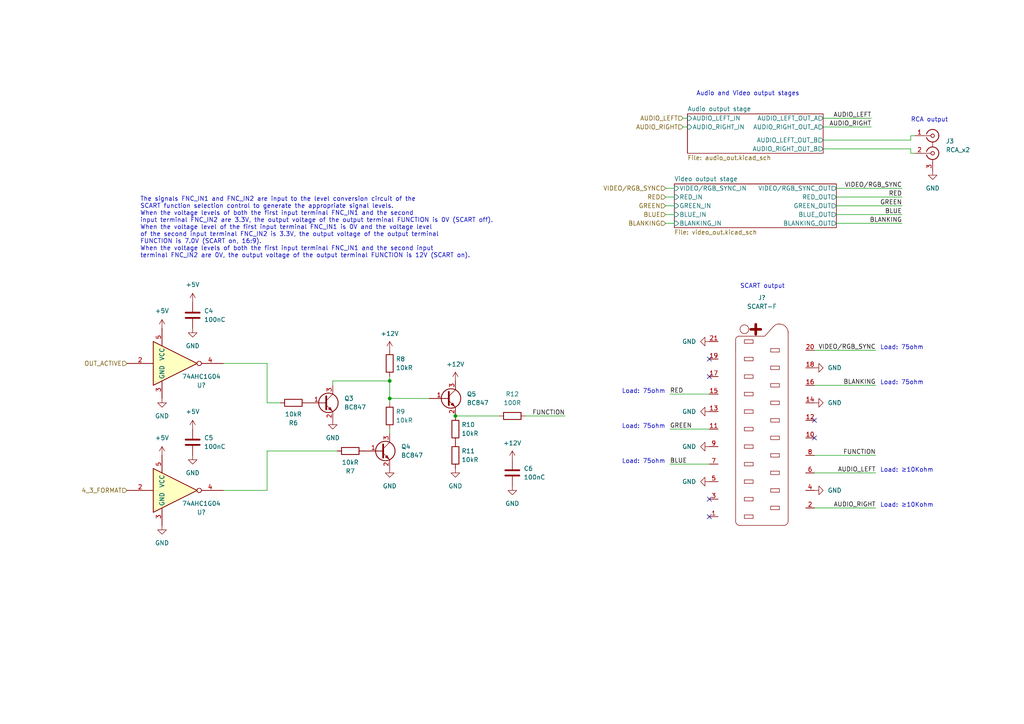
<source format=kicad_sch>
(kicad_sch (version 20230121) (generator eeschema)
  (paper "A4")
  (lib_symbols
    (symbol "74xGxx:74AHC1G04"
      (property "Reference" "U" (at -2.54 3.81 0))
      (property "Value" "74AHC1G04" (at 0 -3.81 0))
      (symbol "74AHC1G04_0_1"
        (polyline (pts (xy -7.62 6.35) (xy -7.62 -6.35) (xy 5.08 0) (xy -7.62 6.35)) (stroke (width 0.254)) (fill (type background)))
      )
      (symbol "74AHC1G04_1_1"
        (pin input line (at -15.24 0 0) (length 7.62) (name "~") (number "2"))
        (pin power_in line (at -5.08 -10.16 90) (length 5.08) (name "GND") (number "3"))
        (pin output inverted (at 12.7 0 180) (length 7.62) (name "~") (number "4"))
        (pin power_in line (at -5.08 10.16 270) (length 5.08) (name "VCC") (number "5"))
      )
    )
    (symbol "Connector:Conn_Coaxial_x2" (pin_names (offset 1.016) hide)
      (property "Reference" "J" (at 0 5.715 0))
      (property "Value" "Conn_Coaxial_x2" (at 2.921 0 90))
      (symbol "Conn_Coaxial_x2_0_1"
        (arc (start -1.778 -3.048) (mid 0.2311 -4.3466) (end 1.778 -2.54) (stroke (width 0.254)))
        (arc (start -1.778 2.032) (mid 0.2311 0.7334) (end 1.778 2.54) (stroke (width 0.254)))
        (circle (center 0 -2.54) (radius 0.508) (stroke (width 0.2032)))
        (polyline (pts (xy -2.54 -2.54) (xy -0.508 -2.54)))
        (polyline (pts (xy -2.54 2.54) (xy -0.508 2.54)))
        (polyline (pts (xy 0 -5.08) (xy 0 -4.318)))
        (polyline (pts (xy 0 0.762) (xy 0 -0.635)))
        (circle (center 0 2.54) (radius 0.508) (stroke (width 0.2032)))
        (arc (start 1.778 -2.54) (mid 0.2099 -0.7299) (end -1.778 -2.032) (stroke (width 0.254)))
        (arc (start 1.778 2.54) (mid 0.2099 4.3501) (end -1.778 3.048) (stroke (width 0.254)))
      )
      (symbol "Conn_Coaxial_x2_1_1"
        (pin passive line (at -5.08 2.54 0) (length 2.54) (name "IN1") (number "1"))
        (pin passive line (at -5.08 -2.54 0) (length 2.54) (name "IN2") (number "2"))
        (pin passive line (at 0 -7.62 90) (length 2.54) (name "EXT") (number "3"))
      )
    )
    (symbol "Connector:SCART-F" (pin_names (offset 0.762) hide)
      (property "Reference" "J" (at 0 31.75 0))
      (property "Value" "SCART-F" (at 1.016 -29.21 0))
      (symbol "SCART-F_0_1"
        (arc (start -7.62 -26.67) (mid -7.248 -27.568) (end -6.35 -27.94))
        (arc (start -6.604 26.9494) (mid -7.3224 26.6518) (end -7.62 25.9334))
        (rectangle (start -5.08 -24.892) (end -2.54 -25.908))
        (rectangle (start -5.08 -19.812) (end -2.54 -20.828))
        (rectangle (start -5.08 -14.732) (end -2.54 -15.748))
        (rectangle (start -5.08 -9.652) (end -2.54 -10.668))
        (rectangle (start -5.08 -4.572) (end -2.54 -5.588))
        (rectangle (start -5.08 0.508) (end -2.54 -0.508))
        (rectangle (start -5.08 5.588) (end -2.54 4.572))
        (rectangle (start -5.08 10.668) (end -2.54 9.652))
        (rectangle (start -5.08 15.748) (end -2.54 14.732))
        (rectangle (start -5.08 20.828) (end -2.54 19.812))
        (rectangle (start -5.08 25.908) (end -2.54 24.892))
        (circle (center -5.08 28.956) (radius 1.27))
        (polyline (pts (xy -7.62 22.86) (xy -7.62 -26.67)))
        (polyline (pts (xy -7.62 22.86) (xy -7.62 24.13)))
        (polyline (pts (xy -7.62 24.6634) (xy -7.62 24.13)))
        (polyline (pts (xy -7.62 24.6634) (xy -7.62 25.9334)))
        (polyline (pts (xy -6.604 26.9494) (xy 0.508 26.9494)))
        (polyline (pts (xy -6.35 -27.94) (xy 6.35 -27.94)))
        (polyline (pts (xy 3.302 29.718) (xy 1.27 27.432)))
        (polyline (pts (xy 4.826 30.48) (xy 5.08 30.48)))
        (polyline (pts (xy 7.62 -26.67) (xy 7.62 28.2194)))
        (arc (start 0.508 26.924) (mid 0.9569 27.0702) (end 1.2192 27.4574))
        (rectangle (start 2.54 -22.352) (end 5.08 -23.368))
        (rectangle (start 2.54 -17.272) (end 5.08 -18.288))
        (rectangle (start 2.54 -12.192) (end 5.08 -13.208))
        (rectangle (start 2.54 -7.112) (end 5.08 -8.128))
        (rectangle (start 2.54 -2.032) (end 5.08 -3.048))
        (rectangle (start 2.54 3.048) (end 5.08 2.032))
        (rectangle (start 2.54 8.128) (end 5.08 7.112))
        (rectangle (start 2.54 13.208) (end 5.08 12.192))
        (rectangle (start 2.54 18.288) (end 5.08 17.272))
        (rectangle (start 2.54 23.368) (end 5.08 22.352))
        (arc (start 4.826 30.48) (mid 3.999 30.2726) (end 3.3782 29.6926))
        (arc (start 6.35 -27.94) (mid 7.248 -27.568) (end 7.62 -26.67))
        (arc (start 7.62 27.94) (mid 6.8761 29.7361) (end 5.08 30.48))
        (text "+" (at -1.778 29.21 0) (effects (font (size 3.81 3.81) bold)))
      )
      (symbol "SCART-F_1_1"
        (pin passive line (at -15.24 -25.4 0) (length 2.54) (name "P1") (number "1"))
        (pin passive line (at 15.24 -2.54 180) (length 2.54) (name "P10") (number "10"))
        (pin passive line (at -15.24 0 0) (length 2.54) (name "P11") (number "11"))
        (pin passive line (at 15.24 2.54 180) (length 2.54) (name "P12") (number "12"))
        (pin passive line (at -15.24 5.08 0) (length 2.54) (name "P13") (number "13"))
        (pin passive line (at 15.24 7.62 180) (length 2.54) (name "P14") (number "14"))
        (pin passive line (at -15.24 10.16 0) (length 2.54) (name "P15") (number "15"))
        (pin passive line (at 15.24 12.7 180) (length 2.54) (name "P16") (number "16"))
        (pin passive line (at -15.24 15.24 0) (length 2.54) (name "P17") (number "17"))
        (pin passive line (at 15.24 17.78 180) (length 2.54) (name "P18") (number "18"))
        (pin passive line (at -15.24 20.32 0) (length 2.54) (name "P19") (number "19"))
        (pin passive line (at 15.24 -22.86 180) (length 2.54) (name "P2") (number "2"))
        (pin passive line (at 15.24 22.86 180) (length 2.54) (name "P20") (number "20"))
        (pin passive line (at -15.24 25.4 0) (length 2.54) (name "P21") (number "21"))
        (pin passive line (at -15.24 -20.32 0) (length 2.54) (name "P3") (number "3"))
        (pin passive line (at 15.24 -17.78 180) (length 2.54) (name "P4") (number "4"))
        (pin passive line (at -15.24 -15.24 0) (length 2.54) (name "P5") (number "5"))
        (pin passive line (at 15.24 -12.7 180) (length 2.54) (name "P6") (number "6"))
        (pin passive line (at -15.24 -10.16 0) (length 2.54) (name "P7") (number "7"))
        (pin passive line (at 15.24 -7.62 180) (length 2.54) (name "P8") (number "8"))
        (pin passive line (at -15.24 -5.08 0) (length 2.54) (name "P9") (number "9"))
      )
    )
    (symbol "Device:C" (pin_numbers hide) (pin_names (offset 0.254))
      (property "Reference" "C" (at 0.635 2.54 0))
      (property "Value" "C" (at 0.635 -2.54 0))
      (symbol "C_0_1"
        (polyline (pts (xy -2.032 -0.762) (xy 2.032 -0.762)) (stroke (width 0.508)))
        (polyline (pts (xy -2.032 0.762) (xy 2.032 0.762)) (stroke (width 0.508)))
      )
      (symbol "C_1_1"
        (pin passive line (at 0 3.81 270) (length 2.794) (name "~") (number "1"))
        (pin passive line (at 0 -3.81 90) (length 2.794) (name "~") (number "2"))
      )
    )
    (symbol "Device:R" (pin_numbers hide) (pin_names (offset 0))
      (property "Reference" "R" (at 2.032 0 90))
      (property "Value" "R" (at 0 0 90))
      (symbol "R_0_1"
        (rectangle (start -1.016 -2.54) (end 1.016 2.54) (stroke (width 0.254)))
      )
      (symbol "R_1_1"
        (pin passive line (at 0 3.81 270) (length 1.27) (name "~") (number "1"))
        (pin passive line (at 0 -3.81 90) (length 1.27) (name "~") (number "2"))
      )
    )
    (symbol "Transistor_BJT:BC847" (pin_names (offset 0) hide)
      (property "Reference" "Q" (at 5.08 1.905 0))
      (property "Value" "BC847" (at 5.08 0 0))
      (symbol "BC847_0_1"
        (polyline (pts (xy 0.635 0.635) (xy 2.54 2.54)))
        (polyline (pts (xy 0.635 -0.635) (xy 2.54 -2.54) (xy 2.54 -2.54)))
        (polyline (pts (xy 0.635 1.905) (xy 0.635 -1.905) (xy 0.635 -1.905)) (stroke (width 0.508)))
        (polyline (pts (xy 1.27 -1.778) (xy 1.778 -1.27) (xy 2.286 -2.286) (xy 1.27 -1.778) (xy 1.27 -1.778)) (fill (type outline)))
        (circle (center 1.27 0) (radius 2.8194) (stroke (width 0.254)))
      )
      (symbol "BC847_1_1"
        (pin input line (at -5.08 0 0) (length 5.715) (name "B") (number "1"))
        (pin passive line (at 2.54 -5.08 90) (length 2.54) (name "E") (number "2"))
        (pin passive line (at 2.54 5.08 270) (length 2.54) (name "C") (number "3"))
      )
    )
    (symbol "power:+12V" (power) (pin_names (offset 0))
      (property "Value" "+12V" (at 0 3.556 0))
      (symbol "+12V_0_1"
        (polyline (pts (xy -0.762 1.27) (xy 0 2.54)))
        (polyline (pts (xy 0 0) (xy 0 2.54)))
        (polyline (pts (xy 0 2.54) (xy 0.762 1.27)))
      )
      (symbol "+12V_1_1"
        (pin power_in line (at 0 0 90) (length 0) hide (name "+12V") (number "1"))
      )
    )
    (symbol "power:+5V" (power) (pin_names (offset 0))
      (property "Value" "+5V" (at 0 3.556 0))
      (symbol "+5V_0_1"
        (polyline (pts (xy -0.762 1.27) (xy 0 2.54)))
        (polyline (pts (xy 0 0) (xy 0 2.54)))
        (polyline (pts (xy 0 2.54) (xy 0.762 1.27)))
      )
      (symbol "+5V_1_1"
        (pin power_in line (at 0 0 90) (length 0) hide (name "+5V") (number "1"))
      )
    )
    (symbol "power:GND" (power) (pin_names (offset 0))
      (property "Value" "GND" (at 0 -3.81 0))
      (symbol "GND_0_1"
        (polyline (pts (xy 0 0) (xy 0 -1.27) (xy 1.27 -1.27) (xy 0 -2.54) (xy -1.27 -1.27) (xy 0 -1.27)))
      )
      (symbol "GND_1_1"
        (pin power_in line (at 0 0 270) (length 0) hide (name "GND") (number "1"))
      )
    )
  )
  (junction (at 132.08 120.65))
  (junction (at 113.03 110.49))
  (junction (at 113.03 115.57))
  (no_connect (at 205.74 149.86))
  (no_connect (at 236.22 127))
  (no_connect (at 236.22 121.92))
  (no_connect (at 205.74 144.78))
  (no_connect (at 205.74 104.14))
  (no_connect (at 205.74 109.22))
  (wire (pts (xy 96.52 110.49) (xy 113.03 110.49)))
  (wire (pts (xy 236.22 147.32) (xy 254 147.32)))
  (wire (pts (xy 193.04 59.69) (xy 195.58 59.69)))
  (wire (pts (xy 236.22 111.76) (xy 254 111.76)))
  (wire (pts (xy 96.52 111.76) (xy 96.52 110.49)))
  (wire (pts (xy 242.57 64.77) (xy 261.62 64.77)))
  (wire (pts (xy 113.03 124.46) (xy 113.03 125.73)))
  (wire (pts (xy 152.4 120.65) (xy 163.83 120.65)))
  (wire (pts (xy 236.22 101.6) (xy 254 101.6)))
  (wire (pts (xy 265.43 44.45) (xy 264.16 44.45)))
  (wire (pts (xy 194.31 114.3) (xy 205.74 114.3)))
  (wire (pts (xy 238.76 34.29) (xy 252.73 34.29)))
  (wire (pts (xy 193.04 57.15) (xy 195.58 57.15)))
  (wire (pts (xy 264.16 44.45) (xy 264.16 43.18)))
  (wire (pts (xy 81.28 116.84) (xy 77.47 116.84)))
  (wire (pts (xy 113.03 110.49) (xy 113.03 115.57)))
  (wire (pts (xy 264.16 39.37) (xy 265.43 39.37)))
  (wire (pts (xy 194.31 134.62) (xy 205.74 134.62)))
  (wire (pts (xy 264.16 39.37) (xy 264.16 40.64)))
  (wire (pts (xy 238.76 40.64) (xy 264.16 40.64)))
  (wire (pts (xy 64.77 142.24) (xy 77.47 142.24)))
  (wire (pts (xy 198.12 36.83) (xy 199.39 36.83)))
  (wire (pts (xy 77.47 142.24) (xy 77.47 130.81)))
  (wire (pts (xy 242.57 62.23) (xy 261.62 62.23)))
  (wire (pts (xy 77.47 105.41) (xy 64.77 105.41)))
  (wire (pts (xy 236.22 137.16) (xy 254 137.16)))
  (wire (pts (xy 77.47 116.84) (xy 77.47 105.41)))
  (wire (pts (xy 242.57 57.15) (xy 261.62 57.15)))
  (wire (pts (xy 132.08 120.65) (xy 144.78 120.65)))
  (wire (pts (xy 193.04 64.77) (xy 195.58 64.77)))
  (wire (pts (xy 198.12 34.29) (xy 199.39 34.29)))
  (wire (pts (xy 193.04 62.23) (xy 195.58 62.23)))
  (wire (pts (xy 194.31 124.46) (xy 205.74 124.46)))
  (wire (pts (xy 238.76 43.18) (xy 264.16 43.18)))
  (wire (pts (xy 236.22 132.08) (xy 254 132.08)))
  (wire (pts (xy 242.57 54.61) (xy 261.62 54.61)))
  (wire (pts (xy 113.03 115.57) (xy 113.03 116.84)))
  (wire (pts (xy 242.57 59.69) (xy 261.62 59.69)))
  (wire (pts (xy 238.76 36.83) (xy 252.73 36.83)))
  (wire (pts (xy 113.03 110.49) (xy 113.03 109.22)))
  (wire (pts (xy 113.03 115.57) (xy 124.46 115.57)))
  (wire (pts (xy 77.47 130.81) (xy 97.79 130.81)))
  (wire (pts (xy 193.04 54.61) (xy 195.58 54.61)))
  (text "RCA output" (at 264.16 35.56 0) (effects (font (size 1.27 1.27)) (justify left bottom)))
  (text "SCART output" (at 214.63 83.82 0) (effects (font (size 1.27 1.27)) (justify left bottom)))
  (text "The signals FNC_IN1 and FNC_IN2 are input to the level conversion circuit of the\nSCART function selection control to generate the appropriate signal levels.\nWhen the voltage levels of both the first input terminal FNC_IN1 and the second\ninput terminal FNC_IN2 are 3.3V, the output voltage of the output terminal FUNCTION is 0V (SCART off).\nWhen the voltage level of the first input terminal FNC_IN1 is 0V and the voltage level\nof the second input terminal FNC_IN2 is 3.3V, the output voltage of the output terminal\nFUNCTION is 7.0V (SCART on, 16:9).\nWhen the voltage levels of both the first input terminal FNC_IN1 and the second input\nterminal FNC_IN2 are 0V, the output voltage of the output terminal FUNCTION is 12V (SCART on)." (at 40.64 74.93 0) (effects (font (size 1.27 1.27)) (justify left bottom)))
  (text "Load: 75ohm" (at 180.34 134.62 0) (effects (font (size 1.27 1.27)) (justify left bottom)))
  (text "Load: 75ohm" (at 255.27 101.6 0) (effects (font (size 1.27 1.27)) (justify left bottom)))
  (text "Audio and Video output stages" (at 201.93 27.94 0) (effects (font (size 1.27 1.27)) (justify left bottom)))
  (text "Load: 75ohm" (at 180.34 124.46 0) (effects (font (size 1.27 1.27)) (justify left bottom)))
  (text "Load: ≥10Kohm" (at 255.27 147.32 0) (effects (font (size 1.27 1.27)) (justify left bottom)))
  (text "Load: 75ohm" (at 255.27 111.76 0) (effects (font (size 1.27 1.27)) (justify left bottom)))
  (text "Load: ≥10Kohm" (at 255.27 137.16 0) (effects (font (size 1.27 1.27)) (justify left bottom)))
  (text "Load: 75ohm" (at 180.34 114.3 0) (effects (font (size 1.27 1.27)) (justify left bottom)))
  (label "RED" (at 194.31 114.3 0))
  (label "BLUE" (at 194.31 134.62 0))
  (label "BLANKING" (at 254 111.76 180))
  (label "AUDIO_LEFT" (at 254 137.16 180))
  (label "BLANKING" (at 261.62 64.77 180))
  (label "FUNCTION" (at 163.83 120.65 180))
  (label "VIDEO{slash}RGB_SYNC" (at 261.62 54.61 180))
  (label "AUDIO_LEFT" (at 252.73 34.29 180))
  (label "AUDIO_RIGHT" (at 254 147.32 180))
  (label "RED" (at 261.62 57.15 180))
  (label "BLUE" (at 261.62 62.23 180))
  (label "VIDEO{slash}RGB_SYNC" (at 254 101.6 180))
  (label "GREEN" (at 194.31 124.46 0))
  (label "FUNCTION" (at 254 132.08 180))
  (label "AUDIO_RIGHT" (at 252.73 36.83 180))
  (label "GREEN" (at 261.62 59.69 180))
  (hierarchical_label "GREEN" (shape input) (at 193.04 59.69 180))
  (hierarchical_label "OUT_ACTIVE" (shape input) (at 36.83 105.41 180))
  (hierarchical_label "AUDIO_RIGHT" (shape input) (at 198.12 36.83 180))
  (hierarchical_label "4_3_FORMAT" (shape input) (at 36.83 142.24 180))
  (hierarchical_label "BLANKING" (shape input) (at 193.04 64.77 180))
  (hierarchical_label "VIDEO{slash}RGB_SYNC" (shape input) (at 193.04 54.61 180))
  (hierarchical_label "RED" (shape input) (at 193.04 57.15 180))
  (hierarchical_label "BLUE" (shape input) (at 193.04 62.23 180))
  (hierarchical_label "AUDIO_LEFT" (shape input) (at 198.12 34.29 180))
  (symbol (lib_id "power:GND") (at 270.51 49.53 0) (unit 1)
    (property "Reference" "#PWR?" (effects hide))
    (property "Value" "GND" (at 270.51 54.61 0))
    (instances (project "SCART_switcher" (path "" (reference "#PWR?") (unit 1)) (path "" (reference "#PWR047") (unit 1))))
  )
  (symbol (lib_id "power:+12V") (at 132.08 110.49 0) (unit 1)
    (property "Reference" "#PWR036" (effects hide))
    (property "Value" "+12V" (at 132.08 105.664 0))
  )
  (symbol (lib_id "power:+12V") (at 113.03 101.6 0) (unit 1)
    (property "Reference" "#PWR034" (effects hide))
    (property "Value" "+12V" (at 113.03 96.774 0))
  )
  (symbol (lib_id "power:+5V") (at 55.88 87.63 0) (unit 1)
    (property "Reference" "#PWR?" (effects hide))
    (property "Value" "+5V" (at 55.88 82.55 0))
    (instances (project "SCART_switcher" (path "" (reference "#PWR?") (unit 1)) (path "" (reference "#PWR?") (unit 1)) (path "" (reference "#PWR?") (unit 1)) (path "" (reference "#PWR?") (unit 1)) (path "" (reference "#PWR?") (unit 1)) (path "" (reference "#PWR?") (unit 1)) (path "" (reference "#PWR?") (unit 1)) (path "" (reference "#PWR?") (unit 1)) (path "" (reference "#PWR?") (unit 1)) (path "" (reference "#PWR?") (unit 1)) (path "" (reference "#PWR029") (unit 1))))
  )
  (symbol (lib_id "Device:R") (at 132.08 132.08 0) (unit 1)
    (property "Reference" "R11" (at 133.858 130.81 0) (effects (justify left)))
    (property "Value" "10kR" (at 133.858 133.35 0) (effects (justify left)))
    (property "Footprint" "Resistor_SMD:R_0805_2012Metric_Pad1.20x1.40mm_HandSolder" (effects hide))
  )
  (symbol (lib_id "power:GND") (at 236.22 142.24 90) (unit 1)
    (property "Reference" "#PWR?" (effects hide))
    (property "Value" "GND" (at 240.03 142.24 90) (effects (justify right)))
    (instances (project "SCART_switcher" (path "" (reference "#PWR?") (unit 1)) (path "" (reference "#PWR?") (unit 1)) (path "" (reference "#PWR?") (unit 1)) (path "" (reference "#PWR?") (unit 1)) (path "" (reference "#PWR?") (unit 1)) (path "" (reference "#PWR?") (unit 1)) (path "" (reference "#PWR?") (unit 1)) (path "" (reference "#PWR?") (unit 1)) (path "" (reference "#PWR?") (unit 1)) (path "" (reference "#PWR?") (unit 1)) (path "" (reference "#PWR046") (unit 1))))
  )
  (symbol (lib_id "Device:R") (at 85.09 116.84 90) (mirror x) (unit 1)
    (property "Reference" "R6" (at 85.09 122.682 90))
    (property "Value" "10kR" (at 85.09 120.142 90))
    (property "Footprint" "Resistor_SMD:R_0805_2012Metric_Pad1.20x1.40mm_HandSolder" (effects hide))
  )
  (symbol (lib_id "74xGxx:74AHC1G04") (at 52.07 105.41 0) (unit 1)
    (property "Reference" "U?" (at 58.42 111.76 0))
    (property "Value" "74AHC1G04" (at 58.42 109.22 0))
    (property "Footprint" "Package_TO_SOT_SMD:SOT-23-5" (effects hide))
    (property "Datasheet" "https://datasheet.lcsc.com/lcsc/1912111437_Diodes-Incorporated-74AHC1G04W5-7_C460486.pdf" (effects hide))
    (property "MFN" "74AHC1G04W5-7" (effects hide))
    (instances (project "SCART_switcher" (path "" (reference "U?") (unit 1)) (path "" (reference "U4") (unit 1))))
  )
  (symbol (lib_id "power:+5V") (at 55.88 124.46 0) (unit 1)
    (property "Reference" "#PWR?" (effects hide))
    (property "Value" "+5V" (at 55.88 119.38 0))
    (instances (project "SCART_switcher" (path "" (reference "#PWR?") (unit 1)) (path "" (reference "#PWR?") (unit 1)) (path "" (reference "#PWR?") (unit 1)) (path "" (reference "#PWR?") (unit 1)) (path "" (reference "#PWR?") (unit 1)) (path "" (reference "#PWR?") (unit 1)) (path "" (reference "#PWR?") (unit 1)) (path "" (reference "#PWR?") (unit 1)) (path "" (reference "#PWR?") (unit 1)) (path "" (reference "#PWR?") (unit 1)) (path "" (reference "#PWR031") (unit 1))))
  )
  (symbol (lib_id "Connector:Conn_Coaxial_x2") (at 270.51 41.91 0) (unit 1)
    (property "Reference" "J3" (at 274.32 40.9332 0) (effects (justify left)))
    (property "Value" "RCA_x2" (at 274.32 43.4732 0) (effects (justify left)))
    (property "Datasheet" " ~" (effects hide))
    (instances (project "SCART_switcher" (path "" (reference "J3") (unit 1)) (path "" (reference "J?") (unit 1))))
  )
  (symbol (lib_id "Transistor_BJT:BC847") (at 110.49 130.81 0) (unit 1)
    (property "Reference" "Q4" (at 116.332 129.54 0) (effects (justify left)))
    (property "Value" "BC847" (at 116.332 132.08 0) (effects (justify left)))
    (property "Footprint" "Package_TO_SOT_SMD:SOT-23" (effects hide))
    (property "Datasheet" "https://datasheet.lcsc.com/lcsc/2304140030_Nexperia-BC847B-215_C57668.pdf" (effects hide))
    (property "MFN" "BC847B,215" (effects hide))
  )
  (symbol (lib_id "power:GND") (at 46.99 152.4 0) (unit 1)
    (property "Reference" "#PWR?" (effects hide))
    (property "Value" "GND" (at 46.99 157.48 0))
    (instances (project "SCART_switcher" (path "" (reference "#PWR?") (unit 1)) (path "" (reference "#PWR028") (unit 1))))
  )
  (symbol (lib_id "Device:R") (at 113.03 120.65 0) (unit 1)
    (property "Reference" "R9" (at 114.808 119.38 0) (effects (justify left)))
    (property "Value" "10kR" (at 114.808 121.92 0) (effects (justify left)))
    (property "Footprint" "Resistor_SMD:R_0805_2012Metric_Pad1.20x1.40mm_HandSolder" (effects hide))
  )
  (symbol (lib_id "power:GND") (at 205.74 139.7 270) (unit 1)
    (property "Reference" "#PWR?" (effects hide))
    (property "Value" "GND" (at 201.93 139.7 90) (effects (justify right)))
    (instances (project "SCART_switcher" (path "" (reference "#PWR?") (unit 1)) (path "" (reference "#PWR?") (unit 1)) (path "" (reference "#PWR?") (unit 1)) (path "" (reference "#PWR?") (unit 1)) (path "" (reference "#PWR?") (unit 1)) (path "" (reference "#PWR?") (unit 1)) (path "" (reference "#PWR?") (unit 1)) (path "" (reference "#PWR?") (unit 1)) (path "" (reference "#PWR?") (unit 1)) (path "" (reference "#PWR?") (unit 1)) (path "" (reference "#PWR043") (unit 1))))
  )
  (symbol (lib_id "Device:R") (at 132.08 124.46 0) (unit 1)
    (property "Reference" "R10" (at 133.858 123.19 0) (effects (justify left)))
    (property "Value" "10kR" (at 133.858 125.73 0) (effects (justify left)))
    (property "Footprint" "Resistor_SMD:R_0805_2012Metric_Pad1.20x1.40mm_HandSolder" (effects hide))
  )
  (symbol (lib_id "Connector:SCART-F") (at 220.98 124.46 0) (unit 1)
    (property "Reference" "J?" (at 220.98 86.36 0))
    (property "Value" "SCART-F" (at 220.98 88.9 0))
    (property "Footprint" "SCART:SCART-F" (effects hide))
    (property "Datasheet" " ~" (effects hide))
    (instances (project "SCART_switcher" (path "" (reference "J?") (unit 1)) (path "" (reference "J?") (unit 1)) (path "" (reference "J2") (unit 1))))
  )
  (symbol (lib_id "power:+5V") (at 46.99 95.25 0) (unit 1)
    (property "Reference" "#PWR?" (effects hide))
    (property "Value" "+5V" (at 46.99 90.17 0))
    (instances (project "SCART_switcher" (path "" (reference "#PWR?") (unit 1)) (path "" (reference "#PWR?") (unit 1)) (path "" (reference "#PWR?") (unit 1)) (path "" (reference "#PWR?") (unit 1)) (path "" (reference "#PWR?") (unit 1)) (path "" (reference "#PWR?") (unit 1)) (path "" (reference "#PWR?") (unit 1)) (path "" (reference "#PWR?") (unit 1)) (path "" (reference "#PWR?") (unit 1)) (path "" (reference "#PWR?") (unit 1)) (path "" (reference "#PWR025") (unit 1))))
  )
  (symbol (lib_id "power:GND") (at 113.03 135.89 0) (unit 1)
    (property "Reference" "#PWR?" (effects hide))
    (property "Value" "GND" (at 113.03 140.97 0))
    (instances (project "SCART_switcher" (path "" (reference "#PWR?") (unit 1)) (path "" (reference "#PWR035") (unit 1))))
  )
  (symbol (lib_id "power:+12V") (at 148.59 133.35 0) (unit 1)
    (property "Reference" "#PWR038" (effects hide))
    (property "Value" "+12V" (at 148.59 128.524 0))
  )
  (symbol (lib_id "power:GND") (at 132.08 135.89 0) (unit 1)
    (property "Reference" "#PWR?" (effects hide))
    (property "Value" "GND" (at 132.08 140.97 0))
    (instances (project "SCART_switcher" (path "" (reference "#PWR?") (unit 1)) (path "" (reference "#PWR037") (unit 1))))
  )
  (symbol (lib_id "power:GND") (at 96.52 121.92 0) (unit 1)
    (property "Reference" "#PWR?" (effects hide))
    (property "Value" "GND" (at 96.52 127 0))
    (instances (project "SCART_switcher" (path "" (reference "#PWR?") (unit 1)) (path "" (reference "#PWR033") (unit 1))))
  )
  (symbol (lib_id "power:+5V") (at 46.99 132.08 0) (unit 1)
    (property "Reference" "#PWR?" (effects hide))
    (property "Value" "+5V" (at 46.99 127 0))
    (instances (project "SCART_switcher" (path "" (reference "#PWR?") (unit 1)) (path "" (reference "#PWR?") (unit 1)) (path "" (reference "#PWR?") (unit 1)) (path "" (reference "#PWR?") (unit 1)) (path "" (reference "#PWR?") (unit 1)) (path "" (reference "#PWR?") (unit 1)) (path "" (reference "#PWR?") (unit 1)) (path "" (reference "#PWR?") (unit 1)) (path "" (reference "#PWR?") (unit 1)) (path "" (reference "#PWR?") (unit 1)) (path "" (reference "#PWR027") (unit 1))))
  )
  (symbol (lib_id "Transistor_BJT:BC847") (at 129.54 115.57 0) (unit 1)
    (property "Reference" "Q5" (at 135.382 114.3 0) (effects (justify left)))
    (property "Value" "BC847" (at 135.382 116.84 0) (effects (justify left)))
    (property "Footprint" "Package_TO_SOT_SMD:SOT-23" (effects hide))
    (property "Datasheet" "https://datasheet.lcsc.com/lcsc/2304140030_Nexperia-BC847B-215_C57668.pdf" (effects hide))
    (property "MFN" "BC847B,215" (effects hide))
  )
  (symbol (lib_id "power:GND") (at 46.99 115.57 0) (unit 1)
    (property "Reference" "#PWR?" (effects hide))
    (property "Value" "GND" (at 46.99 120.65 0))
    (instances (project "SCART_switcher" (path "" (reference "#PWR?") (unit 1)) (path "" (reference "#PWR026") (unit 1))))
  )
  (symbol (lib_id "74xGxx:74AHC1G04") (at 52.07 142.24 0) (unit 1)
    (property "Reference" "U?" (at 58.42 148.59 0))
    (property "Value" "74AHC1G04" (at 58.42 146.05 0))
    (property "Footprint" "Package_TO_SOT_SMD:SOT-23-5" (effects hide))
    (property "Datasheet" "https://datasheet.lcsc.com/lcsc/1912111437_Diodes-Incorporated-74AHC1G04W5-7_C460486.pdf" (effects hide))
    (property "MFN" "74AHC1G04W5-7" (effects hide))
    (instances (project "SCART_switcher" (path "" (reference "U?") (unit 1)) (path "" (reference "U5") (unit 1))))
  )
  (symbol (lib_id "Device:C") (at 55.88 91.44 0) (unit 1)
    (property "Reference" "C4" (at 59.182 90.17 0) (effects (justify left)))
    (property "Value" "100nC" (at 59.182 92.71 0) (effects (justify left)))
    (property "Footprint" "Capacitor_SMD:C_0805_2012Metric_Pad1.18x1.45mm_HandSolder" (effects hide))
    (property "Datasheet" "https://datasheet.lcsc.com/lcsc/1810191215_Samsung-Electro-Mechanics-CL21B104KBCNNNC_C1711.pdf" (effects hide))
    (property "MPN" "CL21B104KBCNNNC" (effects hide))
  )
  (symbol (lib_id "power:GND") (at 205.74 99.06 270) (unit 1)
    (property "Reference" "#PWR?" (effects hide))
    (property "Value" "GND" (at 201.93 99.06 90) (effects (justify right)))
    (instances (project "SCART_switcher" (path "" (reference "#PWR?") (unit 1)) (path "" (reference "#PWR?") (unit 1)) (path "" (reference "#PWR?") (unit 1)) (path "" (reference "#PWR?") (unit 1)) (path "" (reference "#PWR?") (unit 1)) (path "" (reference "#PWR?") (unit 1)) (path "" (reference "#PWR?") (unit 1)) (path "" (reference "#PWR?") (unit 1)) (path "" (reference "#PWR?") (unit 1)) (path "" (reference "#PWR?") (unit 1)) (path "" (reference "#PWR040") (unit 1))))
  )
  (symbol (lib_id "Device:R") (at 113.03 105.41 0) (unit 1)
    (property "Reference" "R8" (at 114.808 104.14 0) (effects (justify left)))
    (property "Value" "10kR" (at 114.808 106.68 0) (effects (justify left)))
    (property "Footprint" "Resistor_SMD:R_0805_2012Metric_Pad1.20x1.40mm_HandSolder" (effects hide))
  )
  (symbol (lib_id "Device:C") (at 148.59 137.16 0) (unit 1)
    (property "Reference" "C6" (at 151.892 135.89 0) (effects (justify left)))
    (property "Value" "100nC" (at 151.892 138.43 0) (effects (justify left)))
    (property "Footprint" "Capacitor_SMD:C_0805_2012Metric_Pad1.18x1.45mm_HandSolder" (effects hide))
    (property "Datasheet" "https://datasheet.lcsc.com/lcsc/1810191215_Samsung-Electro-Mechanics-CL21B104KBCNNNC_C1711.pdf" (effects hide))
    (property "MPN" "CL21B104KBCNNNC" (effects hide))
  )
  (symbol (lib_id "power:GND") (at 236.22 106.68 90) (unit 1)
    (property "Reference" "#PWR?" (effects hide))
    (property "Value" "GND" (at 240.03 106.68 90) (effects (justify right)))
    (instances (project "SCART_switcher" (path "" (reference "#PWR?") (unit 1)) (path "" (reference "#PWR?") (unit 1)) (path "" (reference "#PWR?") (unit 1)) (path "" (reference "#PWR?") (unit 1)) (path "" (reference "#PWR?") (unit 1)) (path "" (reference "#PWR?") (unit 1)) (path "" (reference "#PWR?") (unit 1)) (path "" (reference "#PWR?") (unit 1)) (path "" (reference "#PWR?") (unit 1)) (path "" (reference "#PWR?") (unit 1)) (path "" (reference "#PWR044") (unit 1))))
  )
  (symbol (lib_id "power:GND") (at 55.88 95.25 0) (unit 1)
    (property "Reference" "#PWR?" (effects hide))
    (property "Value" "GND" (at 55.88 100.33 0))
    (instances (project "SCART_switcher" (path "" (reference "#PWR?") (unit 1)) (path "" (reference "#PWR030") (unit 1))))
  )
  (symbol (lib_id "Device:R") (at 101.6 130.81 90) (mirror x) (unit 1)
    (property "Reference" "R7" (at 101.6 136.652 90))
    (property "Value" "10kR" (at 101.6 134.112 90))
    (property "Footprint" "Resistor_SMD:R_0805_2012Metric_Pad1.20x1.40mm_HandSolder" (effects hide))
  )
  (symbol (lib_id "power:GND") (at 55.88 132.08 0) (unit 1)
    (property "Reference" "#PWR?" (effects hide))
    (property "Value" "GND" (at 55.88 137.16 0))
    (instances (project "SCART_switcher" (path "" (reference "#PWR?") (unit 1)) (path "" (reference "#PWR032") (unit 1))))
  )
  (symbol (lib_id "power:GND") (at 236.22 116.84 90) (unit 1)
    (property "Reference" "#PWR?" (effects hide))
    (property "Value" "GND" (at 240.03 116.84 90) (effects (justify right)))
    (instances (project "SCART_switcher" (path "" (reference "#PWR?") (unit 1)) (path "" (reference "#PWR?") (unit 1)) (path "" (reference "#PWR?") (unit 1)) (path "" (reference "#PWR?") (unit 1)) (path "" (reference "#PWR?") (unit 1)) (path "" (reference "#PWR?") (unit 1)) (path "" (reference "#PWR?") (unit 1)) (path "" (reference "#PWR?") (unit 1)) (path "" (reference "#PWR?") (unit 1)) (path "" (reference "#PWR?") (unit 1)) (path "" (reference "#PWR045") (unit 1))))
  )
  (symbol (lib_id "Device:C") (at 55.88 128.27 0) (unit 1)
    (property "Reference" "C5" (at 59.182 127 0) (effects (justify left)))
    (property "Value" "100nC" (at 59.182 129.54 0) (effects (justify left)))
    (property "Footprint" "Capacitor_SMD:C_0805_2012Metric_Pad1.18x1.45mm_HandSolder" (effects hide))
    (property "Datasheet" "https://datasheet.lcsc.com/lcsc/1810191215_Samsung-Electro-Mechanics-CL21B104KBCNNNC_C1711.pdf" (effects hide))
    (property "MPN" "CL21B104KBCNNNC" (effects hide))
  )
  (symbol (lib_id "power:GND") (at 148.59 140.97 0) (unit 1)
    (property "Reference" "#PWR?" (effects hide))
    (property "Value" "GND" (at 148.59 146.05 0))
    (instances (project "SCART_switcher" (path "" (reference "#PWR?") (unit 1)) (path "" (reference "#PWR039") (unit 1))))
  )
  (symbol (lib_id "Device:R") (at 148.59 120.65 90) (unit 1)
    (property "Reference" "R12" (at 148.59 114.3 90))
    (property "Value" "100R" (at 148.59 116.84 90))
    (property "Footprint" "Resistor_SMD:R_0805_2012Metric_Pad1.20x1.40mm_HandSolder" (effects hide))
  )
  (symbol (lib_id "power:GND") (at 205.74 119.38 270) (unit 1)
    (property "Reference" "#PWR?" (effects hide))
    (property "Value" "GND" (at 201.93 119.38 90) (effects (justify right)))
    (instances (project "SCART_switcher" (path "" (reference "#PWR?") (unit 1)) (path "" (reference "#PWR?") (unit 1)) (path "" (reference "#PWR?") (unit 1)) (path "" (reference "#PWR?") (unit 1)) (path "" (reference "#PWR?") (unit 1)) (path "" (reference "#PWR?") (unit 1)) (path "" (reference "#PWR?") (unit 1)) (path "" (reference "#PWR?") (unit 1)) (path "" (reference "#PWR?") (unit 1)) (path "" (reference "#PWR?") (unit 1)) (path "" (reference "#PWR041") (unit 1))))
  )
  (symbol (lib_id "Transistor_BJT:BC847") (at 93.98 116.84 0) (unit 1)
    (property "Reference" "Q3" (at 99.822 115.57 0) (effects (justify left)))
    (property "Value" "BC847" (at 99.822 118.11 0) (effects (justify left)))
    (property "Footprint" "Package_TO_SOT_SMD:SOT-23" (effects hide))
    (property "Datasheet" "https://datasheet.lcsc.com/lcsc/2304140030_Nexperia-BC847B-215_C57668.pdf" (effects hide))
    (property "MFN" "BC847B,215" (effects hide))
  )
  (symbol (lib_id "power:GND") (at 205.74 129.54 270) (unit 1)
    (property "Reference" "#PWR?" (effects hide))
    (property "Value" "GND" (at 201.93 129.54 90) (effects (justify right)))
    (instances (project "SCART_switcher" (path "" (reference "#PWR?") (unit 1)) (path "" (reference "#PWR?") (unit 1)) (path "" (reference "#PWR?") (unit 1)) (path "" (reference "#PWR?") (unit 1)) (path "" (reference "#PWR?") (unit 1)) (path "" (reference "#PWR?") (unit 1)) (path "" (reference "#PWR?") (unit 1)) (path "" (reference "#PWR?") (unit 1)) (path "" (reference "#PWR?") (unit 1)) (path "" (reference "#PWR?") (unit 1)) (path "" (reference "#PWR042") (unit 1))))
  )
  (sheet (at 199.39 33.02) (size 39.37 11.43) (stroke (width 0.1524))
    (property "Sheetname" "Audio output stage" (at 199.39 32.3084 0) (effects (justify left bottom)))
    (property "Sheetfile" "audio_out.kicad_sch" (at 199.39 45.0346 0) (effects (justify left top)))
    (pin "AUDIO_LEFT_OUT_A" output (at 238.76 34.29 0))
    (pin "AUDIO_RIGHT_OUT_A" output (at 238.76 36.83 0))
    (pin "AUDIO_RIGHT_IN" input (at 199.39 36.83 180))
    (pin "AUDIO_LEFT_IN" input (at 199.39 34.29 180))
    (pin "AUDIO_LEFT_OUT_B" output (at 238.76 40.64 0))
    (pin "AUDIO_RIGHT_OUT_B" output (at 238.76 43.18 0))
  )
  (sheet (at 195.58 53.34) (size 46.99 12.7) (stroke (width 0.1524))
    (property "Sheetname" "Video output stage" (at 195.58 52.6284 0) (effects (justify left bottom)))
    (property "Sheetfile" "video_out.kicad_sch" (at 195.58 66.6246 0) (effects (justify left top)))
    (pin "VIDEO{slash}RGB_SYNC_IN" input (at 195.58 54.61 180))
    (pin "RED_IN" input (at 195.58 57.15 180))
    (pin "GREEN_IN" input (at 195.58 59.69 180))
    (pin "BLUE_IN" input (at 195.58 62.23 180))
    (pin "BLANKING_IN" input (at 195.58 64.77 180))
    (pin "VIDEO{slash}RGB_SYNC_OUT" output (at 242.57 54.61 0))
    (pin "BLUE_OUT" output (at 242.57 62.23 0))
    (pin "BLANKING_OUT" output (at 242.57 64.77 0))
    (pin "RED_OUT" output (at 242.57 57.15 0))
    (pin "GREEN_OUT" output (at 242.57 59.69 0))
  )
)
</source>
